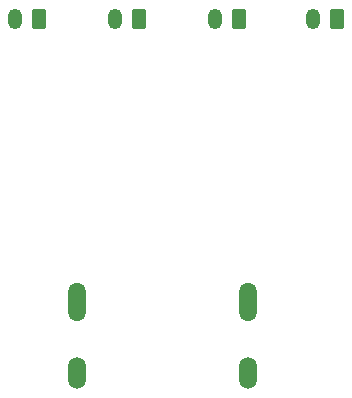
<source format=gbr>
%TF.GenerationSoftware,KiCad,Pcbnew,(6.0.6)*%
%TF.CreationDate,2022-06-22T15:59:21-06:00*%
%TF.ProjectId,21Pin_Fanout_Heater_&_Extra,32315069-6e5f-4466-916e-6f75745f4865,rev?*%
%TF.SameCoordinates,Original*%
%TF.FileFunction,Soldermask,Bot*%
%TF.FilePolarity,Negative*%
%FSLAX46Y46*%
G04 Gerber Fmt 4.6, Leading zero omitted, Abs format (unit mm)*
G04 Created by KiCad (PCBNEW (6.0.6)) date 2022-06-22 15:59:21*
%MOMM*%
%LPD*%
G01*
G04 APERTURE LIST*
G04 Aperture macros list*
%AMRoundRect*
0 Rectangle with rounded corners*
0 $1 Rounding radius*
0 $2 $3 $4 $5 $6 $7 $8 $9 X,Y pos of 4 corners*
0 Add a 4 corners polygon primitive as box body*
4,1,4,$2,$3,$4,$5,$6,$7,$8,$9,$2,$3,0*
0 Add four circle primitives for the rounded corners*
1,1,$1+$1,$2,$3*
1,1,$1+$1,$4,$5*
1,1,$1+$1,$6,$7*
1,1,$1+$1,$8,$9*
0 Add four rect primitives between the rounded corners*
20,1,$1+$1,$2,$3,$4,$5,0*
20,1,$1+$1,$4,$5,$6,$7,0*
20,1,$1+$1,$6,$7,$8,$9,0*
20,1,$1+$1,$8,$9,$2,$3,0*%
G04 Aperture macros list end*
%ADD10RoundRect,0.250000X0.350000X0.625000X-0.350000X0.625000X-0.350000X-0.625000X0.350000X-0.625000X0*%
%ADD11O,1.200000X1.750000*%
%ADD12O,1.500000X2.700000*%
%ADD13O,1.500000X3.300000*%
G04 APERTURE END LIST*
D10*
%TO.C,J3*%
X-10450000Y26500000D03*
D11*
X-12450000Y26500000D03*
%TD*%
D10*
%TO.C,J2*%
X-2000000Y26500000D03*
D11*
X-4000000Y26500000D03*
%TD*%
D10*
%TO.C,J4*%
X14750000Y26500000D03*
D11*
X12750000Y26500000D03*
%TD*%
D10*
%TO.C,J5*%
X6450000Y26500000D03*
D11*
X4450000Y26500000D03*
%TD*%
D12*
%TO.C,J1*%
X7250000Y-3396000D03*
X-7250000Y-3396000D03*
D13*
X7250000Y2564000D03*
X-7250000Y2564000D03*
%TD*%
M02*

</source>
